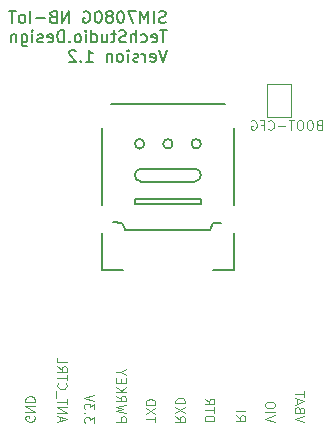
<source format=gbo>
G04 #@! TF.GenerationSoftware,KiCad,Pcbnew,(5.1.4-0)*
G04 #@! TF.CreationDate,2021-09-04T15:45:49+08:00*
G04 #@! TF.ProjectId,SIM7080,53494d37-3038-4302-9e6b-696361645f70,V1.2*
G04 #@! TF.SameCoordinates,Original*
G04 #@! TF.FileFunction,Legend,Bot*
G04 #@! TF.FilePolarity,Positive*
%FSLAX46Y46*%
G04 Gerber Fmt 4.6, Leading zero omitted, Abs format (unit mm)*
G04 Created by KiCad (PCBNEW (5.1.4-0)) date 2021-09-04 15:45:49*
%MOMM*%
%LPD*%
G04 APERTURE LIST*
%ADD10C,0.120000*%
%ADD11C,0.150000*%
G04 APERTURE END LIST*
D10*
X166638095Y-110714285D02*
X165838095Y-110447619D01*
X166638095Y-110180952D01*
X166257142Y-109647619D02*
X166219047Y-109533333D01*
X166180952Y-109495238D01*
X166104761Y-109457142D01*
X165990476Y-109457142D01*
X165914285Y-109495238D01*
X165876190Y-109533333D01*
X165838095Y-109609523D01*
X165838095Y-109914285D01*
X166638095Y-109914285D01*
X166638095Y-109647619D01*
X166600000Y-109571428D01*
X166561904Y-109533333D01*
X166485714Y-109495238D01*
X166409523Y-109495238D01*
X166333333Y-109533333D01*
X166295238Y-109571428D01*
X166257142Y-109647619D01*
X166257142Y-109914285D01*
X166066666Y-109152380D02*
X166066666Y-108771428D01*
X165838095Y-109228571D02*
X166638095Y-108961904D01*
X165838095Y-108695238D01*
X166638095Y-108542857D02*
X166638095Y-108085714D01*
X165838095Y-108314285D02*
X166638095Y-108314285D01*
X148838095Y-110780952D02*
X148838095Y-110285714D01*
X148533333Y-110552380D01*
X148533333Y-110438095D01*
X148495238Y-110361904D01*
X148457142Y-110323809D01*
X148380952Y-110285714D01*
X148190476Y-110285714D01*
X148114285Y-110323809D01*
X148076190Y-110361904D01*
X148038095Y-110438095D01*
X148038095Y-110666666D01*
X148076190Y-110742857D01*
X148114285Y-110780952D01*
X148114285Y-109942857D02*
X148076190Y-109904761D01*
X148038095Y-109942857D01*
X148076190Y-109980952D01*
X148114285Y-109942857D01*
X148038095Y-109942857D01*
X148838095Y-109638095D02*
X148838095Y-109142857D01*
X148533333Y-109409523D01*
X148533333Y-109295238D01*
X148495238Y-109219047D01*
X148457142Y-109180952D01*
X148380952Y-109142857D01*
X148190476Y-109142857D01*
X148114285Y-109180952D01*
X148076190Y-109219047D01*
X148038095Y-109295238D01*
X148038095Y-109523809D01*
X148076190Y-109600000D01*
X148114285Y-109638095D01*
X148838095Y-108914285D02*
X148038095Y-108647619D01*
X148838095Y-108380952D01*
X167873809Y-85542857D02*
X167759523Y-85580952D01*
X167721428Y-85619047D01*
X167683333Y-85695238D01*
X167683333Y-85809523D01*
X167721428Y-85885714D01*
X167759523Y-85923809D01*
X167835714Y-85961904D01*
X168140476Y-85961904D01*
X168140476Y-85161904D01*
X167873809Y-85161904D01*
X167797619Y-85200000D01*
X167759523Y-85238095D01*
X167721428Y-85314285D01*
X167721428Y-85390476D01*
X167759523Y-85466666D01*
X167797619Y-85504761D01*
X167873809Y-85542857D01*
X168140476Y-85542857D01*
X167188095Y-85161904D02*
X167035714Y-85161904D01*
X166959523Y-85200000D01*
X166883333Y-85276190D01*
X166845238Y-85428571D01*
X166845238Y-85695238D01*
X166883333Y-85847619D01*
X166959523Y-85923809D01*
X167035714Y-85961904D01*
X167188095Y-85961904D01*
X167264285Y-85923809D01*
X167340476Y-85847619D01*
X167378571Y-85695238D01*
X167378571Y-85428571D01*
X167340476Y-85276190D01*
X167264285Y-85200000D01*
X167188095Y-85161904D01*
X166350000Y-85161904D02*
X166197619Y-85161904D01*
X166121428Y-85200000D01*
X166045238Y-85276190D01*
X166007142Y-85428571D01*
X166007142Y-85695238D01*
X166045238Y-85847619D01*
X166121428Y-85923809D01*
X166197619Y-85961904D01*
X166350000Y-85961904D01*
X166426190Y-85923809D01*
X166502380Y-85847619D01*
X166540476Y-85695238D01*
X166540476Y-85428571D01*
X166502380Y-85276190D01*
X166426190Y-85200000D01*
X166350000Y-85161904D01*
X165778571Y-85161904D02*
X165321428Y-85161904D01*
X165550000Y-85961904D02*
X165550000Y-85161904D01*
X165054761Y-85657142D02*
X164445238Y-85657142D01*
X163607142Y-85885714D02*
X163645238Y-85923809D01*
X163759523Y-85961904D01*
X163835714Y-85961904D01*
X163950000Y-85923809D01*
X164026190Y-85847619D01*
X164064285Y-85771428D01*
X164102380Y-85619047D01*
X164102380Y-85504761D01*
X164064285Y-85352380D01*
X164026190Y-85276190D01*
X163950000Y-85200000D01*
X163835714Y-85161904D01*
X163759523Y-85161904D01*
X163645238Y-85200000D01*
X163607142Y-85238095D01*
X162997619Y-85542857D02*
X163264285Y-85542857D01*
X163264285Y-85961904D02*
X163264285Y-85161904D01*
X162883333Y-85161904D01*
X162159523Y-85200000D02*
X162235714Y-85161904D01*
X162350000Y-85161904D01*
X162464285Y-85200000D01*
X162540476Y-85276190D01*
X162578571Y-85352380D01*
X162616666Y-85504761D01*
X162616666Y-85619047D01*
X162578571Y-85771428D01*
X162540476Y-85847619D01*
X162464285Y-85923809D01*
X162350000Y-85961904D01*
X162273809Y-85961904D01*
X162159523Y-85923809D01*
X162121428Y-85885714D01*
X162121428Y-85619047D01*
X162273809Y-85619047D01*
D11*
X154912023Y-76854761D02*
X154769166Y-76902380D01*
X154531071Y-76902380D01*
X154435833Y-76854761D01*
X154388214Y-76807142D01*
X154340595Y-76711904D01*
X154340595Y-76616666D01*
X154388214Y-76521428D01*
X154435833Y-76473809D01*
X154531071Y-76426190D01*
X154721547Y-76378571D01*
X154816785Y-76330952D01*
X154864404Y-76283333D01*
X154912023Y-76188095D01*
X154912023Y-76092857D01*
X154864404Y-75997619D01*
X154816785Y-75950000D01*
X154721547Y-75902380D01*
X154483452Y-75902380D01*
X154340595Y-75950000D01*
X153912023Y-76902380D02*
X153912023Y-75902380D01*
X153435833Y-76902380D02*
X153435833Y-75902380D01*
X153102500Y-76616666D01*
X152769166Y-75902380D01*
X152769166Y-76902380D01*
X152388214Y-75902380D02*
X151721547Y-75902380D01*
X152150119Y-76902380D01*
X151150119Y-75902380D02*
X151054880Y-75902380D01*
X150959642Y-75950000D01*
X150912023Y-75997619D01*
X150864404Y-76092857D01*
X150816785Y-76283333D01*
X150816785Y-76521428D01*
X150864404Y-76711904D01*
X150912023Y-76807142D01*
X150959642Y-76854761D01*
X151054880Y-76902380D01*
X151150119Y-76902380D01*
X151245357Y-76854761D01*
X151292976Y-76807142D01*
X151340595Y-76711904D01*
X151388214Y-76521428D01*
X151388214Y-76283333D01*
X151340595Y-76092857D01*
X151292976Y-75997619D01*
X151245357Y-75950000D01*
X151150119Y-75902380D01*
X150245357Y-76330952D02*
X150340595Y-76283333D01*
X150388214Y-76235714D01*
X150435833Y-76140476D01*
X150435833Y-76092857D01*
X150388214Y-75997619D01*
X150340595Y-75950000D01*
X150245357Y-75902380D01*
X150054880Y-75902380D01*
X149959642Y-75950000D01*
X149912023Y-75997619D01*
X149864404Y-76092857D01*
X149864404Y-76140476D01*
X149912023Y-76235714D01*
X149959642Y-76283333D01*
X150054880Y-76330952D01*
X150245357Y-76330952D01*
X150340595Y-76378571D01*
X150388214Y-76426190D01*
X150435833Y-76521428D01*
X150435833Y-76711904D01*
X150388214Y-76807142D01*
X150340595Y-76854761D01*
X150245357Y-76902380D01*
X150054880Y-76902380D01*
X149959642Y-76854761D01*
X149912023Y-76807142D01*
X149864404Y-76711904D01*
X149864404Y-76521428D01*
X149912023Y-76426190D01*
X149959642Y-76378571D01*
X150054880Y-76330952D01*
X149245357Y-75902380D02*
X149150119Y-75902380D01*
X149054880Y-75950000D01*
X149007261Y-75997619D01*
X148959642Y-76092857D01*
X148912023Y-76283333D01*
X148912023Y-76521428D01*
X148959642Y-76711904D01*
X149007261Y-76807142D01*
X149054880Y-76854761D01*
X149150119Y-76902380D01*
X149245357Y-76902380D01*
X149340595Y-76854761D01*
X149388214Y-76807142D01*
X149435833Y-76711904D01*
X149483452Y-76521428D01*
X149483452Y-76283333D01*
X149435833Y-76092857D01*
X149388214Y-75997619D01*
X149340595Y-75950000D01*
X149245357Y-75902380D01*
X147959642Y-75950000D02*
X148054880Y-75902380D01*
X148197738Y-75902380D01*
X148340595Y-75950000D01*
X148435833Y-76045238D01*
X148483452Y-76140476D01*
X148531071Y-76330952D01*
X148531071Y-76473809D01*
X148483452Y-76664285D01*
X148435833Y-76759523D01*
X148340595Y-76854761D01*
X148197738Y-76902380D01*
X148102500Y-76902380D01*
X147959642Y-76854761D01*
X147912023Y-76807142D01*
X147912023Y-76473809D01*
X148102500Y-76473809D01*
X146721547Y-76902380D02*
X146721547Y-75902380D01*
X146150119Y-76902380D01*
X146150119Y-75902380D01*
X145340595Y-76378571D02*
X145197738Y-76426190D01*
X145150119Y-76473809D01*
X145102500Y-76569047D01*
X145102500Y-76711904D01*
X145150119Y-76807142D01*
X145197738Y-76854761D01*
X145292976Y-76902380D01*
X145673928Y-76902380D01*
X145673928Y-75902380D01*
X145340595Y-75902380D01*
X145245357Y-75950000D01*
X145197738Y-75997619D01*
X145150119Y-76092857D01*
X145150119Y-76188095D01*
X145197738Y-76283333D01*
X145245357Y-76330952D01*
X145340595Y-76378571D01*
X145673928Y-76378571D01*
X144673928Y-76521428D02*
X143912023Y-76521428D01*
X143435833Y-76902380D02*
X143435833Y-75902380D01*
X142816785Y-76902380D02*
X142912023Y-76854761D01*
X142959642Y-76807142D01*
X143007261Y-76711904D01*
X143007261Y-76426190D01*
X142959642Y-76330952D01*
X142912023Y-76283333D01*
X142816785Y-76235714D01*
X142673928Y-76235714D01*
X142578690Y-76283333D01*
X142531071Y-76330952D01*
X142483452Y-76426190D01*
X142483452Y-76711904D01*
X142531071Y-76807142D01*
X142578690Y-76854761D01*
X142673928Y-76902380D01*
X142816785Y-76902380D01*
X142197738Y-75902380D02*
X141626309Y-75902380D01*
X141912023Y-76902380D02*
X141912023Y-75902380D01*
X155007261Y-77552380D02*
X154435833Y-77552380D01*
X154721547Y-78552380D02*
X154721547Y-77552380D01*
X153721547Y-78504761D02*
X153816785Y-78552380D01*
X154007261Y-78552380D01*
X154102500Y-78504761D01*
X154150119Y-78409523D01*
X154150119Y-78028571D01*
X154102500Y-77933333D01*
X154007261Y-77885714D01*
X153816785Y-77885714D01*
X153721547Y-77933333D01*
X153673928Y-78028571D01*
X153673928Y-78123809D01*
X154150119Y-78219047D01*
X152816785Y-78504761D02*
X152912023Y-78552380D01*
X153102500Y-78552380D01*
X153197738Y-78504761D01*
X153245357Y-78457142D01*
X153292976Y-78361904D01*
X153292976Y-78076190D01*
X153245357Y-77980952D01*
X153197738Y-77933333D01*
X153102500Y-77885714D01*
X152912023Y-77885714D01*
X152816785Y-77933333D01*
X152388214Y-78552380D02*
X152388214Y-77552380D01*
X151959642Y-78552380D02*
X151959642Y-78028571D01*
X152007261Y-77933333D01*
X152102500Y-77885714D01*
X152245357Y-77885714D01*
X152340595Y-77933333D01*
X152388214Y-77980952D01*
X151531071Y-78504761D02*
X151388214Y-78552380D01*
X151150119Y-78552380D01*
X151054880Y-78504761D01*
X151007261Y-78457142D01*
X150959642Y-78361904D01*
X150959642Y-78266666D01*
X151007261Y-78171428D01*
X151054880Y-78123809D01*
X151150119Y-78076190D01*
X151340595Y-78028571D01*
X151435833Y-77980952D01*
X151483452Y-77933333D01*
X151531071Y-77838095D01*
X151531071Y-77742857D01*
X151483452Y-77647619D01*
X151435833Y-77600000D01*
X151340595Y-77552380D01*
X151102500Y-77552380D01*
X150959642Y-77600000D01*
X150673928Y-77885714D02*
X150292976Y-77885714D01*
X150531071Y-77552380D02*
X150531071Y-78409523D01*
X150483452Y-78504761D01*
X150388214Y-78552380D01*
X150292976Y-78552380D01*
X149531071Y-77885714D02*
X149531071Y-78552380D01*
X149959642Y-77885714D02*
X149959642Y-78409523D01*
X149912023Y-78504761D01*
X149816785Y-78552380D01*
X149673928Y-78552380D01*
X149578690Y-78504761D01*
X149531071Y-78457142D01*
X148626309Y-78552380D02*
X148626309Y-77552380D01*
X148626309Y-78504761D02*
X148721547Y-78552380D01*
X148912023Y-78552380D01*
X149007261Y-78504761D01*
X149054880Y-78457142D01*
X149102500Y-78361904D01*
X149102500Y-78076190D01*
X149054880Y-77980952D01*
X149007261Y-77933333D01*
X148912023Y-77885714D01*
X148721547Y-77885714D01*
X148626309Y-77933333D01*
X148150119Y-78552380D02*
X148150119Y-77885714D01*
X148150119Y-77552380D02*
X148197738Y-77600000D01*
X148150119Y-77647619D01*
X148102500Y-77600000D01*
X148150119Y-77552380D01*
X148150119Y-77647619D01*
X147531071Y-78552380D02*
X147626309Y-78504761D01*
X147673928Y-78457142D01*
X147721547Y-78361904D01*
X147721547Y-78076190D01*
X147673928Y-77980952D01*
X147626309Y-77933333D01*
X147531071Y-77885714D01*
X147388214Y-77885714D01*
X147292976Y-77933333D01*
X147245357Y-77980952D01*
X147197738Y-78076190D01*
X147197738Y-78361904D01*
X147245357Y-78457142D01*
X147292976Y-78504761D01*
X147388214Y-78552380D01*
X147531071Y-78552380D01*
X146769166Y-78457142D02*
X146721547Y-78504761D01*
X146769166Y-78552380D01*
X146816785Y-78504761D01*
X146769166Y-78457142D01*
X146769166Y-78552380D01*
X146292976Y-78552380D02*
X146292976Y-77552380D01*
X146054880Y-77552380D01*
X145912023Y-77600000D01*
X145816785Y-77695238D01*
X145769166Y-77790476D01*
X145721547Y-77980952D01*
X145721547Y-78123809D01*
X145769166Y-78314285D01*
X145816785Y-78409523D01*
X145912023Y-78504761D01*
X146054880Y-78552380D01*
X146292976Y-78552380D01*
X144912023Y-78504761D02*
X145007261Y-78552380D01*
X145197738Y-78552380D01*
X145292976Y-78504761D01*
X145340595Y-78409523D01*
X145340595Y-78028571D01*
X145292976Y-77933333D01*
X145197738Y-77885714D01*
X145007261Y-77885714D01*
X144912023Y-77933333D01*
X144864404Y-78028571D01*
X144864404Y-78123809D01*
X145340595Y-78219047D01*
X144483452Y-78504761D02*
X144388214Y-78552380D01*
X144197738Y-78552380D01*
X144102500Y-78504761D01*
X144054880Y-78409523D01*
X144054880Y-78361904D01*
X144102500Y-78266666D01*
X144197738Y-78219047D01*
X144340595Y-78219047D01*
X144435833Y-78171428D01*
X144483452Y-78076190D01*
X144483452Y-78028571D01*
X144435833Y-77933333D01*
X144340595Y-77885714D01*
X144197738Y-77885714D01*
X144102500Y-77933333D01*
X143626309Y-78552380D02*
X143626309Y-77885714D01*
X143626309Y-77552380D02*
X143673928Y-77600000D01*
X143626309Y-77647619D01*
X143578690Y-77600000D01*
X143626309Y-77552380D01*
X143626309Y-77647619D01*
X142721547Y-77885714D02*
X142721547Y-78695238D01*
X142769166Y-78790476D01*
X142816785Y-78838095D01*
X142912023Y-78885714D01*
X143054880Y-78885714D01*
X143150119Y-78838095D01*
X142721547Y-78504761D02*
X142816785Y-78552380D01*
X143007261Y-78552380D01*
X143102500Y-78504761D01*
X143150119Y-78457142D01*
X143197738Y-78361904D01*
X143197738Y-78076190D01*
X143150119Y-77980952D01*
X143102500Y-77933333D01*
X143007261Y-77885714D01*
X142816785Y-77885714D01*
X142721547Y-77933333D01*
X142245357Y-77885714D02*
X142245357Y-78552380D01*
X142245357Y-77980952D02*
X142197738Y-77933333D01*
X142102500Y-77885714D01*
X141959642Y-77885714D01*
X141864404Y-77933333D01*
X141816785Y-78028571D01*
X141816785Y-78552380D01*
X155007261Y-79202380D02*
X154673928Y-80202380D01*
X154340595Y-79202380D01*
X153626309Y-80154761D02*
X153721547Y-80202380D01*
X153912023Y-80202380D01*
X154007261Y-80154761D01*
X154054880Y-80059523D01*
X154054880Y-79678571D01*
X154007261Y-79583333D01*
X153912023Y-79535714D01*
X153721547Y-79535714D01*
X153626309Y-79583333D01*
X153578690Y-79678571D01*
X153578690Y-79773809D01*
X154054880Y-79869047D01*
X153150119Y-80202380D02*
X153150119Y-79535714D01*
X153150119Y-79726190D02*
X153102500Y-79630952D01*
X153054880Y-79583333D01*
X152959642Y-79535714D01*
X152864404Y-79535714D01*
X152578690Y-80154761D02*
X152483452Y-80202380D01*
X152292976Y-80202380D01*
X152197738Y-80154761D01*
X152150119Y-80059523D01*
X152150119Y-80011904D01*
X152197738Y-79916666D01*
X152292976Y-79869047D01*
X152435833Y-79869047D01*
X152531071Y-79821428D01*
X152578690Y-79726190D01*
X152578690Y-79678571D01*
X152531071Y-79583333D01*
X152435833Y-79535714D01*
X152292976Y-79535714D01*
X152197738Y-79583333D01*
X151721547Y-80202380D02*
X151721547Y-79535714D01*
X151721547Y-79202380D02*
X151769166Y-79250000D01*
X151721547Y-79297619D01*
X151673928Y-79250000D01*
X151721547Y-79202380D01*
X151721547Y-79297619D01*
X151102500Y-80202380D02*
X151197738Y-80154761D01*
X151245357Y-80107142D01*
X151292976Y-80011904D01*
X151292976Y-79726190D01*
X151245357Y-79630952D01*
X151197738Y-79583333D01*
X151102500Y-79535714D01*
X150959642Y-79535714D01*
X150864404Y-79583333D01*
X150816785Y-79630952D01*
X150769166Y-79726190D01*
X150769166Y-80011904D01*
X150816785Y-80107142D01*
X150864404Y-80154761D01*
X150959642Y-80202380D01*
X151102500Y-80202380D01*
X150340595Y-79535714D02*
X150340595Y-80202380D01*
X150340595Y-79630952D02*
X150292976Y-79583333D01*
X150197738Y-79535714D01*
X150054880Y-79535714D01*
X149959642Y-79583333D01*
X149912023Y-79678571D01*
X149912023Y-80202380D01*
X148150119Y-80202380D02*
X148721547Y-80202380D01*
X148435833Y-80202380D02*
X148435833Y-79202380D01*
X148531071Y-79345238D01*
X148626309Y-79440476D01*
X148721547Y-79488095D01*
X147721547Y-80107142D02*
X147673928Y-80154761D01*
X147721547Y-80202380D01*
X147769166Y-80154761D01*
X147721547Y-80107142D01*
X147721547Y-80202380D01*
X147292976Y-79297619D02*
X147245357Y-79250000D01*
X147150119Y-79202380D01*
X146912023Y-79202380D01*
X146816785Y-79250000D01*
X146769166Y-79297619D01*
X146721547Y-79392857D01*
X146721547Y-79488095D01*
X146769166Y-79630952D01*
X147340595Y-80202380D01*
X146721547Y-80202380D01*
D10*
X143800000Y-110209523D02*
X143838095Y-110285714D01*
X143838095Y-110400000D01*
X143800000Y-110514285D01*
X143723809Y-110590476D01*
X143647619Y-110628571D01*
X143495238Y-110666666D01*
X143380952Y-110666666D01*
X143228571Y-110628571D01*
X143152380Y-110590476D01*
X143076190Y-110514285D01*
X143038095Y-110400000D01*
X143038095Y-110323809D01*
X143076190Y-110209523D01*
X143114285Y-110171428D01*
X143380952Y-110171428D01*
X143380952Y-110323809D01*
X143038095Y-109828571D02*
X143838095Y-109828571D01*
X143038095Y-109371428D01*
X143838095Y-109371428D01*
X143038095Y-108990476D02*
X143838095Y-108990476D01*
X143838095Y-108800000D01*
X143800000Y-108685714D01*
X143723809Y-108609523D01*
X143647619Y-108571428D01*
X143495238Y-108533333D01*
X143380952Y-108533333D01*
X143228571Y-108571428D01*
X143152380Y-108609523D01*
X143076190Y-108685714D01*
X143038095Y-108800000D01*
X143038095Y-108990476D01*
X145966666Y-110647619D02*
X145966666Y-110266666D01*
X145738095Y-110723809D02*
X146538095Y-110457142D01*
X145738095Y-110190476D01*
X145738095Y-109923809D02*
X146538095Y-109923809D01*
X145738095Y-109466666D01*
X146538095Y-109466666D01*
X146538095Y-109200000D02*
X146538095Y-108742857D01*
X145738095Y-108971428D02*
X146538095Y-108971428D01*
X145661904Y-108666666D02*
X145661904Y-108057142D01*
X145814285Y-107409523D02*
X145776190Y-107447619D01*
X145738095Y-107561904D01*
X145738095Y-107638095D01*
X145776190Y-107752380D01*
X145852380Y-107828571D01*
X145928571Y-107866666D01*
X146080952Y-107904761D01*
X146195238Y-107904761D01*
X146347619Y-107866666D01*
X146423809Y-107828571D01*
X146500000Y-107752380D01*
X146538095Y-107638095D01*
X146538095Y-107561904D01*
X146500000Y-107447619D01*
X146461904Y-107409523D01*
X146538095Y-107180952D02*
X146538095Y-106723809D01*
X145738095Y-106952380D02*
X146538095Y-106952380D01*
X145738095Y-106000000D02*
X146119047Y-106266666D01*
X145738095Y-106457142D02*
X146538095Y-106457142D01*
X146538095Y-106152380D01*
X146500000Y-106076190D01*
X146461904Y-106038095D01*
X146385714Y-106000000D01*
X146271428Y-106000000D01*
X146195238Y-106038095D01*
X146157142Y-106076190D01*
X146119047Y-106152380D01*
X146119047Y-106457142D01*
X145738095Y-105276190D02*
X145738095Y-105657142D01*
X146538095Y-105657142D01*
X150738095Y-110671428D02*
X151538095Y-110671428D01*
X151538095Y-110366666D01*
X151500000Y-110290476D01*
X151461904Y-110252380D01*
X151385714Y-110214285D01*
X151271428Y-110214285D01*
X151195238Y-110252380D01*
X151157142Y-110290476D01*
X151119047Y-110366666D01*
X151119047Y-110671428D01*
X151538095Y-109947619D02*
X150738095Y-109757142D01*
X151309523Y-109604761D01*
X150738095Y-109452380D01*
X151538095Y-109261904D01*
X150738095Y-108500000D02*
X151119047Y-108766666D01*
X150738095Y-108957142D02*
X151538095Y-108957142D01*
X151538095Y-108652380D01*
X151500000Y-108576190D01*
X151461904Y-108538095D01*
X151385714Y-108500000D01*
X151271428Y-108500000D01*
X151195238Y-108538095D01*
X151157142Y-108576190D01*
X151119047Y-108652380D01*
X151119047Y-108957142D01*
X150738095Y-108157142D02*
X151538095Y-108157142D01*
X150738095Y-107700000D02*
X151195238Y-108042857D01*
X151538095Y-107700000D02*
X151080952Y-108157142D01*
X151157142Y-107357142D02*
X151157142Y-107090476D01*
X150738095Y-106976190D02*
X150738095Y-107357142D01*
X151538095Y-107357142D01*
X151538095Y-106976190D01*
X151119047Y-106480952D02*
X150738095Y-106480952D01*
X151538095Y-106747619D02*
X151119047Y-106480952D01*
X151538095Y-106214285D01*
X154038095Y-110709523D02*
X154038095Y-110252380D01*
X153238095Y-110480952D02*
X154038095Y-110480952D01*
X154038095Y-110061904D02*
X153238095Y-109528571D01*
X154038095Y-109528571D02*
X153238095Y-110061904D01*
X153238095Y-109223809D02*
X154038095Y-109223809D01*
X154038095Y-109033333D01*
X154000000Y-108919047D01*
X153923809Y-108842857D01*
X153847619Y-108804761D01*
X153695238Y-108766666D01*
X153580952Y-108766666D01*
X153428571Y-108804761D01*
X153352380Y-108842857D01*
X153276190Y-108919047D01*
X153238095Y-109033333D01*
X153238095Y-109223809D01*
X155738095Y-110233333D02*
X156119047Y-110500000D01*
X155738095Y-110690476D02*
X156538095Y-110690476D01*
X156538095Y-110385714D01*
X156500000Y-110309523D01*
X156461904Y-110271428D01*
X156385714Y-110233333D01*
X156271428Y-110233333D01*
X156195238Y-110271428D01*
X156157142Y-110309523D01*
X156119047Y-110385714D01*
X156119047Y-110690476D01*
X156538095Y-109966666D02*
X155738095Y-109433333D01*
X156538095Y-109433333D02*
X155738095Y-109966666D01*
X155738095Y-109128571D02*
X156538095Y-109128571D01*
X156538095Y-108938095D01*
X156500000Y-108823809D01*
X156423809Y-108747619D01*
X156347619Y-108709523D01*
X156195238Y-108671428D01*
X156080952Y-108671428D01*
X155928571Y-108709523D01*
X155852380Y-108747619D01*
X155776190Y-108823809D01*
X155738095Y-108938095D01*
X155738095Y-109128571D01*
X158238095Y-110614285D02*
X159038095Y-110614285D01*
X159038095Y-110423809D01*
X159000000Y-110309523D01*
X158923809Y-110233333D01*
X158847619Y-110195238D01*
X158695238Y-110157142D01*
X158580952Y-110157142D01*
X158428571Y-110195238D01*
X158352380Y-110233333D01*
X158276190Y-110309523D01*
X158238095Y-110423809D01*
X158238095Y-110614285D01*
X159038095Y-109928571D02*
X159038095Y-109471428D01*
X158238095Y-109700000D02*
X159038095Y-109700000D01*
X158238095Y-108747619D02*
X158619047Y-109014285D01*
X158238095Y-109204761D02*
X159038095Y-109204761D01*
X159038095Y-108900000D01*
X159000000Y-108823809D01*
X158961904Y-108785714D01*
X158885714Y-108747619D01*
X158771428Y-108747619D01*
X158695238Y-108785714D01*
X158657142Y-108823809D01*
X158619047Y-108900000D01*
X158619047Y-109204761D01*
X160838095Y-110142857D02*
X161219047Y-110409523D01*
X160838095Y-110600000D02*
X161638095Y-110600000D01*
X161638095Y-110295238D01*
X161600000Y-110219047D01*
X161561904Y-110180952D01*
X161485714Y-110142857D01*
X161371428Y-110142857D01*
X161295238Y-110180952D01*
X161257142Y-110219047D01*
X161219047Y-110295238D01*
X161219047Y-110600000D01*
X160838095Y-109800000D02*
X161638095Y-109800000D01*
X164138095Y-110676190D02*
X163338095Y-110409523D01*
X164138095Y-110142857D01*
X163338095Y-109876190D02*
X164138095Y-109876190D01*
X164138095Y-109342857D02*
X164138095Y-109190476D01*
X164100000Y-109114285D01*
X164023809Y-109038095D01*
X163871428Y-109000000D01*
X163604761Y-109000000D01*
X163452380Y-109038095D01*
X163376190Y-109114285D01*
X163338095Y-109190476D01*
X163338095Y-109342857D01*
X163376190Y-109419047D01*
X163452380Y-109495238D01*
X163604761Y-109533333D01*
X163871428Y-109533333D01*
X164023809Y-109495238D01*
X164100000Y-109419047D01*
X164138095Y-109342857D01*
D11*
X158900000Y-97800000D02*
X160700000Y-97800000D01*
X160700000Y-97800000D02*
X160700000Y-94700000D01*
X159900000Y-83800000D02*
X150300000Y-83800000D01*
X149500000Y-92300000D02*
X149500000Y-85800000D01*
X160700000Y-92300000D02*
X160700000Y-85800000D01*
X149500000Y-97800000D02*
X149500000Y-94700000D01*
X149500000Y-97800000D02*
X151300000Y-97800000D01*
X151450000Y-94450000D02*
X158700000Y-94450000D01*
X158700000Y-94450000D02*
X158950000Y-93850000D01*
X158950000Y-93850000D02*
X159600000Y-93850000D01*
X151450000Y-94400000D02*
X151200000Y-93850000D01*
X151200000Y-93850000D02*
X150450000Y-93800000D01*
X155500000Y-87150000D02*
G75*
G03X155500000Y-87150000I-400000J0D01*
G01*
X157900000Y-87150000D02*
G75*
G03X157900000Y-87150000I-400000J0D01*
G01*
X153100000Y-87150000D02*
G75*
G03X153100000Y-87150000I-400000J0D01*
G01*
X152300000Y-92250000D02*
X157900000Y-92250000D01*
X157900000Y-92250000D02*
X157900000Y-91800000D01*
X157900000Y-91800000D02*
X152300000Y-91800000D01*
X152300000Y-91800000D02*
X152300000Y-92250000D01*
X152850000Y-89250000D02*
G75*
G03X152850000Y-90350000I0J-550000D01*
G01*
X152850000Y-90350000D02*
X157350000Y-90350000D01*
X157350000Y-90350000D02*
G75*
G03X157350000Y-89250000I0J550000D01*
G01*
X152850000Y-89250000D02*
X157350000Y-89250000D01*
D10*
X163500000Y-84900000D02*
X165500000Y-84900000D01*
X163500000Y-82100000D02*
X163500000Y-84900000D01*
X165500000Y-82100000D02*
X163500000Y-82100000D01*
X165500000Y-84900000D02*
X165500000Y-82100000D01*
M02*

</source>
